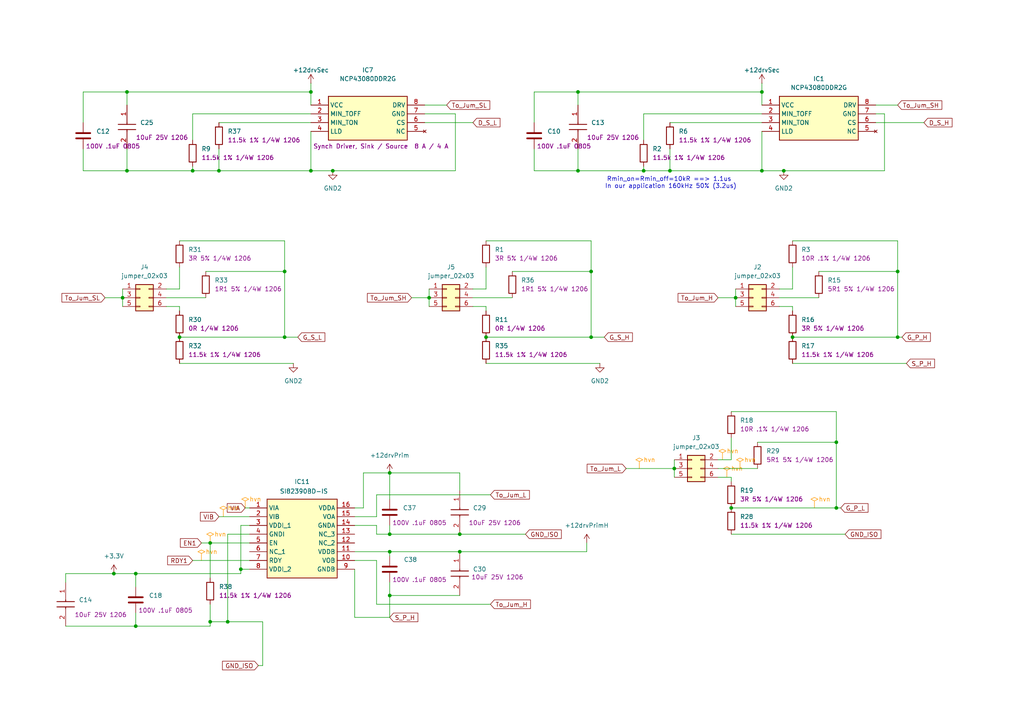
<source format=kicad_sch>
(kicad_sch (version 20250114) (generator "eeschema") (generator_version "9.0")
  (paper "A4")
  (lib_symbols
    (symbol "Connector_Generic:Conn_02x03_Odd_Even" (pin_names (offset 1.016) (hide yes))
      (property "Reference" "J" (at 1.27 5.08 0))
      (property "Value" "Conn_02x03_Odd_Even" (at 1.27 -5.08 0))
      (symbol "Conn_02x03_Odd_Even_1_1"
        (rectangle (start -1.27 3.81) (end 3.81 -3.81) (stroke (width 0.254)) (fill (type background)))
        (rectangle (start -1.27 2.667) (end 0 2.413) (stroke (width 0.1524)))
        (rectangle (start -1.27 0.127) (end 0 -0.127) (stroke (width 0.1524)))
        (rectangle (start -1.27 -2.413) (end 0 -2.667) (stroke (width 0.1524)))
        (rectangle (start 3.81 2.667) (end 2.54 2.413) (stroke (width 0.1524)))
        (rectangle (start 3.81 0.127) (end 2.54 -0.127) (stroke (width 0.1524)))
        (rectangle (start 3.81 -2.413) (end 2.54 -2.667) (stroke (width 0.1524)))
        (pin passive line (at -5.08 2.54 0) (length 3.81) (name "Pin_1") (number "1"))
        (pin passive line (at -5.08 0 0) (length 3.81) (name "Pin_3") (number "3"))
        (pin passive line (at -5.08 -2.54 0) (length 3.81) (name "Pin_5") (number "5"))
        (pin passive line (at 7.62 2.54 180) (length 3.81) (name "Pin_2") (number "2"))
        (pin passive line (at 7.62 0 180) (length 3.81) (name "Pin_4") (number "4"))
        (pin passive line (at 7.62 -2.54 180) (length 3.81) (name "Pin_6") (number "6"))
      )
    )
    (symbol "Device:C" (pin_numbers (hide yes)) (pin_names (offset 0.254))
      (property "Reference" "C" (at 0.635 2.54 0))
      (property "Value" "C" (at 0.635 -2.54 0))
      (symbol "C_0_1"
        (polyline (pts (xy -2.032 0.762) (xy 2.032 0.762)) (stroke (width 0.508)))
        (polyline (pts (xy -2.032 -0.762) (xy 2.032 -0.762)) (stroke (width 0.508)))
      )
      (symbol "C_1_1"
        (pin passive line (at 0 3.81 270) (length 2.794) (name "~") (number "1"))
        (pin passive line (at 0 -3.81 90) (length 2.794) (name "~") (number "2"))
      )
    )
    (symbol "Device:R" (pin_numbers (hide yes)) (pin_names (offset 0))
      (property "Reference" "R" (at 2.032 0 90))
      (property "Value" "R" (at 0 0 90))
      (symbol "R_0_1"
        (rectangle (start -1.016 -2.54) (end 1.016 2.54) (stroke (width 0.254)))
      )
      (symbol "R_1_1"
        (pin passive line (at 0 3.81 270) (length 1.27) (name "~") (number "1"))
        (pin passive line (at 0 -3.81 90) (length 1.27) (name "~") (number "2"))
      )
    )
    (symbol "GRM31CR71E106KA12K:GRM31CR71E106KA12K" (pin_names (hide yes))
      (property "Reference" "C" (at 8.89 6.35 0))
      (property "Value" "GRM31CR71E106KA12K" (at 8.89 3.81 0))
      (symbol "GRM31CR71E106KA12K_1_1"
        (polyline (pts (xy 5.08 0) (xy 5.588 0)) (stroke (width 0.254)))
        (polyline (pts (xy 5.588 2.54) (xy 5.588 -2.54)) (stroke (width 0.254)))
        (polyline (pts (xy 7.112 2.54) (xy 7.112 -2.54)) (stroke (width 0.254)))
        (polyline (pts (xy 7.112 0) (xy 7.62 0)) (stroke (width 0.254)))
        (pin passive line (at 0 0 0) (length 5.08) (name "1") (number "1"))
        (pin passive line (at 12.7 0 180) (length 5.08) (name "2") (number "2"))
      )
    )
    (symbol "NCP43080ADR2G:NCP43080ADR2G"
      (property "Reference" "IC" (at 29.21 7.62 0))
      (property "Value" "NCP43080ADR2G" (at 29.21 5.08 0))
      (symbol "NCP43080ADR2G_1_1"
        (rectangle (start 5.08 2.54) (end 27.94 -10.16) (stroke (width 0.254)) (fill (type background)))
        (pin passive line (at 0 0 0) (length 5.08) (name "VCC") (number "1"))
        (pin passive line (at 0 -2.54 0) (length 5.08) (name "MIN_TOFF") (number "2"))
        (pin passive line (at 0 -5.08 0) (length 5.08) (name "MIN_TON") (number "3"))
        (pin passive line (at 0 -7.62 0) (length 5.08) (name "LLD") (number "4"))
        (pin passive line (at 33.02 0 180) (length 5.08) (name "DRV") (number "8"))
        (pin passive line (at 33.02 -2.54 180) (length 5.08) (name "GND") (number "7"))
        (pin passive line (at 33.02 -5.08 180) (length 5.08) (name "CS") (number "6"))
        (pin no_connect line (at 33.02 -7.62 180) (length 5.08) (name "NC") (number "5"))
      )
    )
    (symbol "SI82390BD-IS:SI82390BD-IS"
      (property "Reference" "IC" (at 26.67 7.62 0))
      (property "Value" "SI82390BD-IS" (at 26.67 5.08 0))
      (symbol "SI82390BD-IS_1_1"
        (rectangle (start 5.08 2.54) (end 25.4 -20.32) (stroke (width 0.254)) (fill (type background)))
        (pin passive line (at 0 0 0) (length 5.08) (name "VIA") (number "1"))
        (pin passive line (at 0 -2.54 0) (length 5.08) (name "VIB") (number "2"))
        (pin passive line (at 0 -5.08 0) (length 5.08) (name "VDDI_1") (number "3"))
        (pin passive line (at 0 -7.62 0) (length 5.08) (name "GNDI") (number "4"))
        (pin passive line (at 0 -10.16 0) (length 5.08) (name "EN") (number "5"))
        (pin passive line (at 0 -12.7 0) (length 5.08) (name "NC_1") (number "6"))
        (pin passive line (at 0 -15.24 0) (length 5.08) (name "RDY") (number "7"))
        (pin passive line (at 0 -17.78 0) (length 5.08) (name "VDDI_2") (number "8"))
        (pin passive line (at 30.48 0 180) (length 5.08) (name "VDDA") (number "16"))
        (pin passive line (at 30.48 -2.54 180) (length 5.08) (name "VOA") (number "15"))
        (pin passive line (at 30.48 -5.08 180) (length 5.08) (name "GNDA") (number "14"))
        (pin passive line (at 30.48 -7.62 180) (length 5.08) (name "NC_3") (number "13"))
        (pin passive line (at 30.48 -10.16 180) (length 5.08) (name "NC_2") (number "12"))
        (pin passive line (at 30.48 -12.7 180) (length 5.08) (name "VDDB") (number "11"))
        (pin passive line (at 30.48 -15.24 180) (length 5.08) (name "VOB") (number "10"))
        (pin passive line (at 30.48 -17.78 180) (length 5.08) (name "GNDB") (number "9"))
      )
    )
    (symbol "power:+12V" (power) (pin_numbers (hide yes)) (pin_names (offset 0) (hide yes))
      (property "Value" "+12V" (at 0 3.556 0))
      (symbol "+12V_0_1"
        (polyline (pts (xy -0.762 1.27) (xy 0 2.54)))
        (polyline (pts (xy 0 2.54) (xy 0.762 1.27)))
        (polyline (pts (xy 0 0) (xy 0 2.54)))
      )
      (symbol "+12V_1_1"
        (pin power_in line (at 0 0 90) (length 0) (name "~") (number "1"))
      )
    )
    (symbol "power:+5V" (power) (pin_numbers (hide yes)) (pin_names (offset 0) (hide yes))
      (property "Value" "+5V" (at 0 3.556 0))
      (symbol "+5V_0_1"
        (polyline (pts (xy -0.762 1.27) (xy 0 2.54)))
        (polyline (pts (xy 0 2.54) (xy 0.762 1.27)))
        (polyline (pts (xy 0 0) (xy 0 2.54)))
      )
      (symbol "+5V_1_1"
        (pin power_in line (at 0 0 90) (length 0) (name "~") (number "1"))
      )
    )
    (symbol "power:GND2" (power) (pin_numbers (hide yes)) (pin_names (offset 0) (hide yes))
      (property "Value" "GND2" (at 0 -3.81 0))
      (symbol "GND2_0_1"
        (polyline (pts (xy 0 0) (xy 0 -1.27) (xy 1.27 -1.27) (xy 0 -2.54) (xy -1.27 -1.27) (xy 0 -1.27)))
      )
      (symbol "GND2_1_1"
        (pin power_in line (at 0 0 270) (length 0) (name "~") (number "1"))
      )
    )
  )
  (text "Rmin_on=Rmin_off=10kR ==> 1.1us \nIn our application 160kHz 50% (3.2us)" (at 194.564 53.086 0) (effects (font (size 1.27 1.27))))
  (junction (at 140.97 97.79))
  (junction (at 39.37 181.61))
  (junction (at 66.04 180.34))
  (junction (at 220.98 26.67))
  (junction (at 35.56 86.36))
  (junction (at 82.55 78.74))
  (junction (at 52.07 97.79))
  (junction (at 113.03 172.72))
  (junction (at 36.83 26.67))
  (junction (at 39.37 166.37))
  (junction (at 242.57 128.27))
  (junction (at 69.85 165.1))
  (junction (at 82.55 97.79))
  (junction (at 260.35 97.79))
  (junction (at 133.35 160.02))
  (junction (at 186.69 49.53))
  (junction (at 133.35 154.94))
  (junction (at 195.58 135.89))
  (junction (at 60.96 180.34))
  (junction (at 63.5 49.53))
  (junction (at 220.98 49.53))
  (junction (at 90.17 49.53))
  (junction (at 260.35 78.74))
  (junction (at 55.88 49.53))
  (junction (at 96.52 49.53))
  (junction (at 194.31 49.53))
  (junction (at 36.83 49.53))
  (junction (at 167.64 49.53))
  (junction (at 90.17 26.67))
  (junction (at 213.36 86.36))
  (junction (at 171.45 97.79))
  (junction (at 113.03 137.16))
  (junction (at 124.46 86.36))
  (junction (at 113.03 160.02))
  (junction (at 33.02 166.37))
  (junction (at 227.33 49.53))
  (junction (at 171.45 78.74))
  (junction (at 113.03 154.94))
  (junction (at 167.64 26.67))
  (junction (at 60.96 157.48))
  (junction (at 229.87 97.79))
  (junction (at 242.57 147.32))
  (junction (at 212.09 147.32))
  (wire (pts (xy 229.87 83.82) (xy 226.06 83.82)))
  (wire (pts (xy 123.19 33.02) (xy 132.08 33.02)))
  (wire (pts (xy 154.94 26.67) (xy 154.94 35.56)))
  (wire (pts (xy 237.49 78.74) (xy 260.35 78.74)))
  (wire (pts (xy 213.36 83.82) (xy 213.36 86.36)))
  (wire (pts (xy 220.98 26.67) (xy 220.98 30.48)))
  (wire (pts (xy 113.03 137.16) (xy 113.03 144.78)))
  (wire (pts (xy 109.22 175.26) (xy 109.22 162.56)))
  (wire (pts (xy 254 35.56) (xy 267.97 35.56)))
  (wire (pts (xy 137.16 88.9) (xy 140.97 88.9)))
  (wire (pts (xy 227.33 49.53) (xy 256.54 49.53)))
  (wire (pts (xy 39.37 181.61) (xy 39.37 177.8)))
  (wire (pts (xy 208.28 138.43) (xy 212.09 138.43)))
  (wire (pts (xy 63.5 49.53) (xy 90.17 49.53)))
  (wire (pts (xy 229.87 77.47) (xy 229.87 83.82)))
  (wire (pts (xy 212.09 133.35) (xy 208.28 133.35)))
  (wire (pts (xy 109.22 143.51) (xy 142.24 143.51)))
  (wire (pts (xy 140.97 77.47) (xy 140.97 83.82)))
  (wire (pts (xy 52.07 105.41) (xy 85.09 105.41)))
  (wire (pts (xy 60.96 157.48) (xy 60.96 167.64)))
  (wire (pts (xy 52.07 97.79) (xy 82.55 97.79)))
  (wire (pts (xy 140.97 97.79) (xy 171.45 97.79)))
  (wire (pts (xy 113.03 179.07) (xy 113.03 172.72)))
  (wire (pts (xy 195.58 135.89) (xy 195.58 138.43)))
  (wire (pts (xy 167.64 43.18) (xy 167.64 49.53)))
  (wire (pts (xy 154.94 26.67) (xy 167.64 26.67)))
  (wire (pts (xy 140.97 105.41) (xy 173.99 105.41)))
  (wire (pts (xy 72.39 152.4) (xy 69.85 152.4)))
  (wire (pts (xy 24.13 26.67) (xy 36.83 26.67)))
  (wire (pts (xy 109.22 149.86) (xy 109.22 143.51)))
  (wire (pts (xy 96.52 49.53) (xy 132.08 49.53)))
  (wire (pts (xy 154.94 49.53) (xy 167.64 49.53)))
  (wire (pts (xy 113.03 168.91) (xy 113.03 172.72)))
  (wire (pts (xy 39.37 170.18) (xy 39.37 166.37)))
  (wire (pts (xy 90.17 26.67) (xy 90.17 30.48)))
  (wire (pts (xy 167.64 26.67) (xy 220.98 26.67)))
  (wire (pts (xy 102.87 160.02) (xy 113.03 160.02)))
  (wire (pts (xy 63.5 35.56) (xy 90.17 35.56)))
  (wire (pts (xy 55.88 162.56) (xy 72.39 162.56)))
  (wire (pts (xy 90.17 24.13) (xy 90.17 26.67)))
  (wire (pts (xy 69.85 166.37) (xy 69.85 165.1)))
  (wire (pts (xy 260.35 78.74) (xy 260.35 97.79)))
  (wire (pts (xy 60.96 180.34) (xy 66.04 180.34)))
  (wire (pts (xy 102.87 162.56) (xy 109.22 162.56)))
  (wire (pts (xy 52.07 77.47) (xy 52.07 83.82)))
  (wire (pts (xy 171.45 69.85) (xy 171.45 78.74)))
  (wire (pts (xy 19.05 166.37) (xy 33.02 166.37)))
  (wire (pts (xy 212.09 147.32) (xy 242.57 147.32)))
  (wire (pts (xy 30.48 86.36) (xy 35.56 86.36)))
  (wire (pts (xy 96.52 49.53) (xy 90.17 49.53)))
  (wire (pts (xy 113.03 154.94) (xy 133.35 154.94)))
  (wire (pts (xy 33.02 166.37) (xy 39.37 166.37)))
  (wire (pts (xy 55.88 49.53) (xy 63.5 49.53)))
  (wire (pts (xy 69.85 165.1) (xy 72.39 165.1)))
  (wire (pts (xy 60.96 180.34) (xy 60.96 175.26)))
  (wire (pts (xy 229.87 90.17) (xy 229.87 88.9)))
  (wire (pts (xy 140.97 83.82) (xy 137.16 83.82)))
  (wire (pts (xy 213.36 86.36) (xy 213.36 88.9)))
  (wire (pts (xy 229.87 97.79) (xy 260.35 97.79)))
  (wire (pts (xy 36.83 49.53) (xy 55.88 49.53)))
  (wire (pts (xy 154.94 43.18) (xy 154.94 49.53)))
  (wire (pts (xy 133.35 154.94) (xy 152.4 154.94)))
  (wire (pts (xy 212.09 127) (xy 212.09 133.35)))
  (wire (pts (xy 105.41 137.16) (xy 105.41 147.32)))
  (wire (pts (xy 181.61 135.89) (xy 195.58 135.89)))
  (wire (pts (xy 167.64 26.67) (xy 167.64 30.48)))
  (wire (pts (xy 36.83 26.67) (xy 90.17 26.67)))
  (wire (pts (xy 55.88 40.64) (xy 55.88 33.02)))
  (wire (pts (xy 105.41 137.16) (xy 113.03 137.16)))
  (wire (pts (xy 82.55 69.85) (xy 82.55 78.74)))
  (wire (pts (xy 113.03 152.4) (xy 113.03 154.94)))
  (wire (pts (xy 66.04 180.34) (xy 76.2 180.34)))
  (wire (pts (xy 74.93 193.04) (xy 76.2 193.04)))
  (wire (pts (xy 71.12 147.32) (xy 72.39 147.32)))
  (wire (pts (xy 59.69 78.74) (xy 82.55 78.74)))
  (wire (pts (xy 229.87 105.41) (xy 262.89 105.41)))
  (wire (pts (xy 212.09 154.94) (xy 245.11 154.94)))
  (wire (pts (xy 63.5 149.86) (xy 72.39 149.86)))
  (wire (pts (xy 229.87 69.85) (xy 260.35 69.85)))
  (wire (pts (xy 52.07 69.85) (xy 82.55 69.85)))
  (wire (pts (xy 226.06 88.9) (xy 229.87 88.9)))
  (wire (pts (xy 55.88 48.26) (xy 55.88 49.53)))
  (wire (pts (xy 171.45 97.79) (xy 175.26 97.79)))
  (wire (pts (xy 66.04 154.94) (xy 72.39 154.94)))
  (wire (pts (xy 260.35 97.79) (xy 261.62 97.79)))
  (wire (pts (xy 124.46 83.82) (xy 124.46 86.36)))
  (wire (pts (xy 52.07 90.17) (xy 52.07 88.9)))
  (wire (pts (xy 242.57 147.32) (xy 243.84 147.32)))
  (wire (pts (xy 195.58 133.35) (xy 195.58 135.89)))
  (wire (pts (xy 52.07 83.82) (xy 48.26 83.82)))
  (wire (pts (xy 36.83 26.67) (xy 36.83 30.48)))
  (wire (pts (xy 113.03 160.02) (xy 113.03 161.29)))
  (wire (pts (xy 119.38 86.36) (xy 124.46 86.36)))
  (wire (pts (xy 137.16 86.36) (xy 148.59 86.36)))
  (wire (pts (xy 140.97 69.85) (xy 171.45 69.85)))
  (wire (pts (xy 82.55 97.79) (xy 86.36 97.79)))
  (wire (pts (xy 254 30.48) (xy 260.35 30.48)))
  (wire (pts (xy 19.05 168.91) (xy 19.05 166.37)))
  (wire (pts (xy 171.45 78.74) (xy 171.45 97.79)))
  (wire (pts (xy 186.69 33.02) (xy 220.98 33.02)))
  (wire (pts (xy 123.19 35.56) (xy 137.16 35.56)))
  (wire (pts (xy 194.31 35.56) (xy 220.98 35.56)))
  (wire (pts (xy 35.56 83.82) (xy 35.56 86.36)))
  (wire (pts (xy 167.64 49.53) (xy 186.69 49.53)))
  (wire (pts (xy 24.13 26.67) (xy 24.13 35.56)))
  (wire (pts (xy 76.2 193.04) (xy 76.2 180.34)))
  (wire (pts (xy 194.31 43.18) (xy 194.31 49.53)))
  (wire (pts (xy 113.03 172.72) (xy 133.35 172.72)))
  (wire (pts (xy 55.88 33.02) (xy 90.17 33.02)))
  (wire (pts (xy 132.08 33.02) (xy 132.08 49.53)))
  (wire (pts (xy 113.03 160.02) (xy 133.35 160.02)))
  (wire (pts (xy 109.22 152.4) (xy 109.22 154.94)))
  (wire (pts (xy 19.05 181.61) (xy 39.37 181.61)))
  (wire (pts (xy 109.22 152.4) (xy 102.87 152.4)))
  (wire (pts (xy 220.98 38.1) (xy 220.98 49.53)))
  (wire (pts (xy 39.37 166.37) (xy 69.85 166.37)))
  (wire (pts (xy 60.96 181.61) (xy 60.96 180.34)))
  (wire (pts (xy 220.98 24.13) (xy 220.98 26.67)))
  (wire (pts (xy 39.37 181.61) (xy 60.96 181.61)))
  (wire (pts (xy 35.56 86.36) (xy 35.56 88.9)))
  (wire (pts (xy 242.57 128.27) (xy 242.57 147.32)))
  (wire (pts (xy 48.26 88.9) (xy 52.07 88.9)))
  (wire (pts (xy 256.54 33.02) (xy 256.54 49.53)))
  (wire (pts (xy 212.09 119.38) (xy 242.57 119.38)))
  (wire (pts (xy 227.33 49.53) (xy 220.98 49.53)))
  (wire (pts (xy 194.31 49.53) (xy 220.98 49.53)))
  (wire (pts (xy 102.87 165.1) (xy 102.87 179.07)))
  (wire (pts (xy 109.22 175.26) (xy 142.24 175.26)))
  (wire (pts (xy 186.69 49.53) (xy 194.31 49.53)))
  (wire (pts (xy 186.69 40.64) (xy 186.69 33.02)))
  (wire (pts (xy 66.04 154.94) (xy 66.04 180.34)))
  (wire (pts (xy 133.35 137.16) (xy 133.35 142.24)))
  (wire (pts (xy 242.57 119.38) (xy 242.57 128.27)))
  (wire (pts (xy 208.28 86.36) (xy 213.36 86.36)))
  (wire (pts (xy 102.87 149.86) (xy 109.22 149.86)))
  (wire (pts (xy 140.97 90.17) (xy 140.97 88.9)))
  (wire (pts (xy 212.09 139.7) (xy 212.09 138.43)))
  (wire (pts (xy 186.69 48.26) (xy 186.69 49.53)))
  (wire (pts (xy 254 33.02) (xy 256.54 33.02)))
  (wire (pts (xy 260.35 69.85) (xy 260.35 78.74)))
  (wire (pts (xy 133.35 160.02) (xy 170.18 160.02)))
  (wire (pts (xy 226.06 86.36) (xy 237.49 86.36)))
  (wire (pts (xy 24.13 43.18) (xy 24.13 49.53)))
  (wire (pts (xy 219.71 128.27) (xy 242.57 128.27)))
  (wire (pts (xy 170.18 160.02) (xy 170.18 157.48)))
  (wire (pts (xy 58.42 157.48) (xy 60.96 157.48)))
  (wire (pts (xy 109.22 154.94) (xy 113.03 154.94)))
  (wire (pts (xy 102.87 179.07) (xy 113.03 179.07)))
  (wire (pts (xy 113.03 137.16) (xy 133.35 137.16)))
  (wire (pts (xy 82.55 78.74) (xy 82.55 97.79)))
  (wire (pts (xy 48.26 86.36) (xy 59.69 86.36)))
  (wire (pts (xy 24.13 49.53) (xy 36.83 49.53)))
  (wire (pts (xy 60.96 157.48) (xy 72.39 157.48)))
  (wire (pts (xy 63.5 43.18) (xy 63.5 49.53)))
  (wire (pts (xy 90.17 38.1) (xy 90.17 49.53)))
  (wire (pts (xy 102.87 147.32) (xy 105.41 147.32)))
  (wire (pts (xy 148.59 78.74) (xy 171.45 78.74)))
  (wire (pts (xy 123.19 30.48) (xy 129.54 30.48)))
  (wire (pts (xy 36.83 43.18) (xy 36.83 49.53)))
  (wire (pts (xy 208.28 135.89) (xy 219.71 135.89)))
  (wire (pts (xy 69.85 152.4) (xy 69.85 165.1)))
  (wire (pts (xy 124.46 86.36) (xy 124.46 88.9)))
  (global_label "To_Jum_H" (shape input) (at 142.24 175.26 0) (property "Intersheetrefs" "${INTERSHEET_REFS}" (effects (hide yes))))
  (global_label "To_Jum_SL" (shape input) (at 30.48 86.36 180) (property "Intersheetrefs" "${INTERSHEET_REFS}" (effects (hide yes))))
  (global_label "To_Jum_SH" (shape input) (at 260.35 30.48 0) (property "Intersheetrefs" "${INTERSHEET_REFS}" (effects (hide yes))))
  (global_label "G_S_L" (shape input) (at 86.36 97.79 0) (property "Intersheetrefs" "${INTERSHEET_REFS}" (effects (hide yes))))
  (global_label "To_Jum_SL" (shape input) (at 129.54 30.48 0) (property "Intersheetrefs" "${INTERSHEET_REFS}" (effects (hide yes))))
  (global_label "S_P_H" (shape input) (at 113.03 179.07 0) (property "Intersheetrefs" "${INTERSHEET_REFS}" (effects (hide yes))))
  (global_label "D_S_L" (shape input) (at 137.16 35.56 0) (property "Intersheetrefs" "${INTERSHEET_REFS}" (effects (hide yes))))
  (global_label "G_P_L" (shape input) (at 243.84 147.32 0) (property "Intersheetrefs" "${INTERSHEET_REFS}" (effects (hide yes))))
  (global_label "RDY1" (shape input) (at 55.88 162.56 180) (property "Intersheetrefs" "${INTERSHEET_REFS}" (effects (hide yes))))
  (global_label "S_P_H" (shape input) (at 262.89 105.41 0) (property "Intersheetrefs" "${INTERSHEET_REFS}" (effects (hide yes))))
  (global_label "G_P_H" (shape input) (at 261.62 97.79 0) (property "Intersheetrefs" "${INTERSHEET_REFS}" (effects (hide yes))))
  (global_label "G_S_H" (shape input) (at 175.26 97.79 0) (property "Intersheetrefs" "${INTERSHEET_REFS}" (effects (hide yes))))
  (global_label "To_Jum_H" (shape input) (at 208.28 86.36 180) (property "Intersheetrefs" "${INTERSHEET_REFS}" (effects (hide yes))))
  (global_label "To_Jum_L" (shape input) (at 181.61 135.89 180) (property "Intersheetrefs" "${INTERSHEET_REFS}" (effects (hide yes))))
  (global_label "GND_ISO" (shape input) (at 152.4 154.94 0) (property "Intersheetrefs" "${INTERSHEET_REFS}" (effects (hide yes))))
  (global_label "D_S_H" (shape input) (at 267.97 35.56 0) (property "Intersheetrefs" "${INTERSHEET_REFS}" (effects (hide yes))))
  (global_label "To_Jum_SH" (shape input) (at 119.38 86.36 180) (property "Intersheetrefs" "${INTERSHEET_REFS}" (effects (hide yes))))
  (global_label "VIB" (shape input) (at 63.5 149.86 180) (property "Intersheetrefs" "${INTERSHEET_REFS}" (effects (hide yes))))
  (global_label "GND_ISO" (shape input) (at 74.93 193.04 180) (property "Intersheetrefs" "${INTERSHEET_REFS}" (effects (hide yes))))
  (global_label "VIA" (shape input) (at 71.12 147.32 180) (property "Intersheetrefs" "${INTERSHEET_REFS}" (effects (hide yes))))
  (global_label "EN1" (shape input) (at 58.42 157.48 180) (property "Intersheetrefs" "${INTERSHEET_REFS}" (effects (hide yes))))
  (global_label "GND_ISO" (shape input) (at 245.11 154.94 0) (property "Intersheetrefs" "${INTERSHEET_REFS}" (effects (hide yes))))
  (global_label "To_Jum_L" (shape input) (at 142.24 143.51 0) (property "Intersheetrefs" "${INTERSHEET_REFS}" (effects (hide yes))))
  (netclass_flag "" (length 2.54) (shape diamond) (at 214.63 135.89 0) (property "Netclass" "hvn" (at 215.8365 133.35 0) (effects (justify left))))
  (netclass_flag "" (length 2.54) (shape diamond) (at 209.55 133.35 0) (property "Netclass" "hvn" (at 210.7565 130.81 0) (effects (justify left))))
  (netclass_flag "" (length 2.54) (shape diamond) (at 58.42 162.56 0) (property "Netclass" "hvn" (at 59.6265 160.02 0) (effects (justify left))))
  (netclass_flag "" (length 2.54) (shape diamond) (at 71.12 147.32 0) (property "Netclass" "hvn" (at 72.3265 144.78 0) (effects (justify left))))
  (netclass_flag "" (length 2.54) (shape diamond) (at 210.82 138.43 0) (property "Netclass" "hvn" (at 212.0265 135.89 0) (effects (justify left))))
  (netclass_flag "" (length 2.54) (shape diamond) (at 60.96 157.48 0) (property "Netclass" "hvn" (at 62.1665 154.94 0) (effects (justify left))))
  (netclass_flag "" (length 2.54) (shape diamond) (at 236.22 147.32 0) (property "Netclass" "hvn" (at 237.4265 144.78 0) (effects (justify left))))
  (netclass_flag "" (length 2.54) (shape diamond) (at 64.77 149.86 0) (property "Netclass" "hvn" (at 65.9765 147.32 0) (effects (justify left))))
  (netclass_flag "" (length 2.54) (shape diamond) (at 185.42 135.89 0) (property "Netclass" "hvn" (at 186.6265 133.35 0) (effects (justify left))))
  (symbol (lib_id "Device:R") (at 229.87 93.98 0) (unit 1)
    (property "Reference" "R16" (at 232.41 92.7099 0) (effects (justify left)))
    (property "Value" "KTR18EZPJ3R0" (effects (hide yes)))
    (property "Footprint" "Resistor_SMD:R_1206_3216Metric" (effects (hide yes)))
    (property "Datasheet" "https://fscdn.rohm.com/en/products/databook/datasheet/passive/resistor/chip_resistor/ktr-e.pdf" (effects (hide yes)))
    (property "Description" "3R 5% 1/4W 1206" (at 232.41 95.2499 0) (effects (justify left)))
    (property "Mouser Part Number" "755-KTR18EZPJ3R0" (effects (hide yes)))
    (property "Manufacturer_Name  " "ROHM Semiconductor" (effects (hide yes)))
    (property "Manufacturer_Part_Number " "KTR18EZPJ3R0" (effects (hide yes)))
  )
  (symbol (lib_id "Device:R") (at 52.07 93.98 0) (unit 1)
    (property "Reference" "R30" (at 54.61 92.7099 0) (effects (justify left)))
    (property "Value" "CRCW12060000Z0EAC" (effects (hide yes)))
    (property "Footprint" "Resistor_SMD:R_1206_3216Metric" (effects (hide yes)))
    (property "Datasheet" "https://www.vishay.com/docs/28773/crcwce3.pdf" (effects (hide yes)))
    (property "Description" "0R 1/4W 1206" (at 54.61 95.2499 0) (effects (justify left)))
    (property "Mouser Part Number" "71-CRCW12060000Z0EAC" (effects (hide yes)))
    (property "Manufacturer_Name  " "Vishay" (effects (hide yes)))
    (property "Manufacturer_Part_Number " "CRCW12060000Z0EAC" (effects (hide yes)))
  )
  (symbol (lib_id "Device:R") (at 237.49 82.55 0) (unit 1)
    (property "Reference" "R15" (at 240.03 81.2799 0) (effects (justify left)))
    (property "Value" "M251206BB5108JP500" (effects (hide yes)))
    (property "Footprint" "Resistor_SMD:R_1206_3216Metric" (effects (hide yes)))
    (property "Datasheet" "https://www.vishay.com/doc?20031" (effects (hide yes)))
    (property "Description" "5R1 5% 1/4W 1206" (at 240.03 83.8199 0) (effects (justify left)))
    (property "Mouser Part Number" "71-M251206BB5108JP50" (effects (hide yes)))
    (property "Manufacturer_Name  " "Vishay / Dale" (effects (hide yes)))
    (property "Manufacturer_Part_Number " "M251206BB5108JP500" (effects (hide yes)))
  )
  (symbol (lib_id "Device:R") (at 212.09 143.51 0) (unit 1)
    (property "Reference" "R19" (at 214.63 142.2399 0) (effects (justify left)))
    (property "Value" "KTR18EZPJ3R0" (effects (hide yes)))
    (property "Footprint" "Resistor_SMD:R_1206_3216Metric" (effects (hide yes)))
    (property "Datasheet" "https://fscdn.rohm.com/en/products/databook/datasheet/passive/resistor/chip_resistor/ktr-e.pdf" (effects (hide yes)))
    (property "Description" "3R 5% 1/4W 1206" (at 214.63 144.7799 0) (effects (justify left)))
    (property "Mouser Part Number" "755-KTR18EZPJ3R0" (effects (hide yes)))
    (property "Manufacturer_Name  " "ROHM Semiconductor" (effects (hide yes)))
    (property "Manufacturer_Part_Number " "KTR18EZPJ3R0" (effects (hide yes)))
  )
  (symbol (lib_id "GRM31CR71E106KA12K:GRM31CR71E106KA12K") (at 133.35 142.24 270) (unit 1)
    (property "Reference" "C29" (at 137.16 147.3199 90) (effects (justify left)))
    (property "Value" "GRM31CR71E106KA12K" (effects (hide yes)))
    (property "Footprint" "GRM31CR71E106KA12K:GRM31x" (effects (hide yes)))
    (property "Datasheet" "https://search.murata.co.jp/Ceramy/image/img/A01X/G101/ENG/GRM31CR71E106KA12-01CA.pdf" (effects (hide yes)))
    (property "Description" "10uF 25V 1206" (at 143.51 151.638 90))
    (property "Height" "1.25" (effects (hide yes)))
    (property "Mouser Part Number" "81-GRM31CR71E106KA2K" (effects (hide yes)))
    (property "Mouser Price/Stock" "https://www.mouser.co.uk/ProductDetail/Murata-Electronics/GRM31CR71E106KA12K?qs=raY79WRVTyM6xGVExNjdaw%3D%3D" (effects (hide yes)))
    (property "Manufacturer_Name" "Murata Electronics" (effects (hide yes)))
    (property "Manufacturer_Part_Number" "GRM31CR71E106KA12K" (effects (hide yes)))
  )
  (symbol (lib_id "Device:R") (at 148.59 82.55 0) (unit 1)
    (property "Reference" "R36" (at 151.13 81.2799 0) (effects (justify left)))
    (property "Value" "RC1206JR-071R1L" (effects (hide yes)))
    (property "Footprint" "Resistor_SMD:R_1206_3216Metric" (effects (hide yes)))
    (property "Datasheet" "https://www.mouser.fr/datasheet/3/508/1/PYu-RC_Group_51_RoHS_L_12.pdf" (effects (hide yes)))
    (property "Description" "1R1 5% 1/4W 1206" (at 151.13 83.8199 0) (effects (justify left)))
    (property "Mouser Part Number" "603-RC1206JR-071R1L" (effects (hide yes)))
    (property "Manufacturer_Name  " "YAGEO" (effects (hide yes)))
    (property "Manufacturer_Part_Number " "RC1206JR-071R1L" (effects (hide yes)))
  )
  (symbol (lib_id "Device:C") (at 154.94 39.37 0) (unit 1)
    (property "Reference" "C10" (at 158.75 38.0999 0) (effects (justify left)))
    (property "Value" "SH21B104K101CT" (effects (hide yes)))
    (property "Footprint" "Capacitor_SMD:C_0805_2012Metric" (effects (hide yes)))
    (property "Datasheet" "https://www.mouser.fr/datasheet/3/317/1/WTC_MLCC_Soft_term_SH.pdf" (effects (hide yes)))
    (property "Description" "100V .1uF 0805" (at 163.576 42.418 0))
    (property "Manufacturer_Name" "Walsin" (effects (hide yes)))
    (property "Manufacturer_Part_Number " "SH21B104K101CT" (effects (hide yes)))
    (property "Mouser Part Number" "791-SH21B104K101CT" (effects (hide yes)))
  )
  (symbol (lib_id "Device:R") (at 140.97 101.6 0) (unit 1)
    (property "Reference" "R35" (at 143.51 100.3299 0) (effects (justify left)))
    (property "Value" "RC1206FR-0711K5L" (effects (hide yes)))
    (property "Footprint" "Resistor_SMD:R_1206_3216Metric" (effects (hide yes)))
    (property "Datasheet" "www.mouser.com/catalog/specsheets/YAGEO_PYu_RC_Group_51_RoHS_L_12.pdf" (effects (hide yes)))
    (property "Description" "11.5k 1% 1/4W 1206" (at 143.51 102.8699 0) (effects (justify left)))
    (property "Mouser Part Number" "603-RC1206FR-0711K5L" (effects (hide yes)))
    (property "Manufacturer_Name  " "YAGEO" (effects (hide yes)))
    (property "Manufacturer_Part_Number " "RC1206FR-0711K5L" (effects (hide yes)))
  )
  (symbol (lib_id "GRM31CR71E106KA12K:GRM31CR71E106KA12K") (at 133.35 160.02 270) (unit 1)
    (property "Reference" "C30" (at 137.16 165.0999 90) (effects (justify left)))
    (property "Value" "GRM31CR71E106KA12K" (effects (hide yes)))
    (property "Footprint" "GRM31CR71E106KA12K:GRM31x" (effects (hide yes)))
    (property "Datasheet" "https://search.murata.co.jp/Ceramy/image/img/A01X/G101/ENG/GRM31CR71E106KA12-01CA.pdf" (effects (hide yes)))
    (property "Description" "10uF 25V 1206" (at 144.272 167.386 90))
    (property "Height" "1.25" (effects (hide yes)))
    (property "Mouser Part Number" "81-GRM31CR71E106KA2K" (effects (hide yes)))
    (property "Mouser Price/Stock" "https://www.mouser.co.uk/ProductDetail/Murata-Electronics/GRM31CR71E106KA12K?qs=raY79WRVTyM6xGVExNjdaw%3D%3D" (effects (hide yes)))
    (property "Manufacturer_Name" "Murata Electronics" (effects (hide yes)))
    (property "Manufacturer_Part_Number" "GRM31CR71E106KA12K" (effects (hide yes)))
  )
  (symbol (lib_id "Device:R") (at 229.87 101.6 0) (unit 1)
    (property "Reference" "R17" (at 232.41 100.3299 0) (effects (justify left)))
    (property "Value" "RC1206FR-0711K5L" (effects (hide yes)))
    (property "Footprint" "Resistor_SMD:R_1206_3216Metric" (effects (hide yes)))
    (property "Datasheet" "www.mouser.com/catalog/specsheets/YAGEO_PYu_RC_Group_51_RoHS_L_12.pdf" (effects (hide yes)))
    (property "Description" "11.5k 1% 1/4W 1206" (at 232.41 102.8699 0) (effects (justify left)))
    (property "Mouser Part Number" "603-RC1206FR-0711K5L" (effects (hide yes)))
    (property "Manufacturer_Name  " "YAGEO" (effects (hide yes)))
    (property "Manufacturer_Part_Number " "RC1206FR-0711K5L" (effects (hide yes)))
  )
  (symbol (lib_id "power:+12V") (at 220.98 24.13 0) (unit 1)
    (property "Reference" "#PWR011" (effects (hide yes)))
    (property "Value" "+12drvSec" (at 220.98 20.32 0))
    (property "Description" "Power symbol creates a global label with name \"+12V\"" (effects (hide yes)))
  )
  (symbol (lib_id "Device:R") (at 212.09 123.19 0) (unit 1)
    (property "Reference" "R18" (at 214.63 121.9199 0) (effects (justify left)))
    (property "Value" "RNCE1206BTE10R0" (effects (hide yes)))
    (property "Footprint" "Resistor_SMD:R_1206_3216Metric" (effects (hide yes)))
    (property "Datasheet" "https://www.mouser.fr/datasheet/3/1099/1/SEI-RNCE.pdf" (effects (hide yes)))
    (property "Description" "10R .1% 1/4W 1206" (at 214.63 124.4599 0) (effects (justify left)))
    (property "Mouser Part Number" "708-RNCE1206BTE10R0" (effects (hide yes)))
    (property "Manufacturer_Name  " "SEI Stackpole" (effects (hide yes)))
    (property "Manufacturer_Part_Number " "RNCE1206BTE10R0" (effects (hide yes)))
  )
  (symbol (lib_id "Device:R") (at 63.5 39.37 0) (unit 1)
    (property "Reference" "R37" (at 66.04 38.0999 0) (effects (justify left)))
    (property "Value" "RC1206FR-0711K5L" (effects (hide yes)))
    (property "Footprint" "Resistor_SMD:R_1206_3216Metric" (effects (hide yes)))
    (property "Datasheet" "www.mouser.com/catalog/specsheets/YAGEO_PYu_RC_Group_51_RoHS_L_12.pdf" (effects (hide yes)))
    (property "Description" "11.5k 1% 1/4W 1206" (at 66.04 40.6399 0) (effects (justify left)))
    (property "Mouser Part Number" "603-RC1206FR-0711K5L" (effects (hide yes)))
    (property "Manufacturer_Name  " "YAGEO" (effects (hide yes)))
    (property "Manufacturer_Part_Number " "RC1206FR-0711K5L" (effects (hide yes)))
  )
  (symbol (lib_id "power:+12V") (at 90.17 24.13 0) (unit 1)
    (property "Reference" "#PWR013" (effects (hide yes)))
    (property "Value" "+12drvSec" (at 90.17 20.32 0))
    (property "Description" "Power symbol creates a global label with name \"+12V\"" (effects (hide yes)))
  )
  (symbol (lib_id "GRM31CR71E106KA12K:GRM31CR71E106KA12K") (at 167.64 30.48 270) (unit 1)
    (property "Reference" "C13" (at 171.45 35.5599 90) (effects (justify left)))
    (property "Value" "GRM31CR71E106KA12K" (effects (hide yes)))
    (property "Footprint" "GRM31CR71E106KA12K:GRM31x" (effects (hide yes)))
    (property "Datasheet" "https://search.murata.co.jp/Ceramy/image/img/A01X/G101/ENG/GRM31CR71E106KA12-01CA.pdf" (effects (hide yes)))
    (property "Description" "10uF 25V 1206" (at 177.8 39.878 90))
    (property "Height" "1.25" (effects (hide yes)))
    (property "Mouser Part Number" "81-GRM31CR71E106KA2K" (effects (hide yes)))
    (property "Mouser Price/Stock" "https://www.mouser.co.uk/ProductDetail/Murata-Electronics/GRM31CR71E106KA12K?qs=raY79WRVTyM6xGVExNjdaw%3D%3D" (effects (hide yes)))
    (property "Manufacturer_Name" "Murata Electronics" (effects (hide yes)))
    (property "Manufacturer_Part_Number" "GRM31CR71E106KA12K" (effects (hide yes)))
  )
  (symbol (lib_id "Device:C") (at 39.37 173.99 0) (unit 1)
    (property "Reference" "C18" (at 43.18 172.7199 0) (effects (justify left)))
    (property "Value" "SH21B104K101CT" (effects (hide yes)))
    (property "Footprint" "Capacitor_SMD:C_0805_2012Metric" (effects (hide yes)))
    (property "Datasheet" "https://www.mouser.fr/datasheet/3/317/1/WTC_MLCC_Soft_term_SH.pdf" (effects (hide yes)))
    (property "Description" "100V .1uF 0805" (at 48.006 177.038 0))
    (property "Manufacturer_Name" "Walsin" (effects (hide yes)))
    (property "Manufacturer_Part_Number " "SH21B104K101CT" (effects (hide yes)))
    (property "Mouser Part Number" "791-SH21B104K101CT" (effects (hide yes)))
  )
  (symbol (lib_id "power:+12V") (at 113.03 137.16 0) (unit 1)
    (property "Reference" "#PWR040" (effects (hide yes)))
    (property "Value" "+12drvPrim" (at 113.03 132.08 0))
    (property "Description" "Power symbol creates a global label with name \"+12V\"" (effects (hide yes)))
  )
  (symbol (lib_id "Device:R") (at 219.71 132.08 0) (unit 1)
    (property "Reference" "R29" (at 222.25 130.8099 0) (effects (justify left)))
    (property "Value" "M251206BB5108JP500" (effects (hide yes)))
    (property "Footprint" "Resistor_SMD:R_1206_3216Metric" (effects (hide yes)))
    (property "Datasheet" "https://www.vishay.com/doc?20031" (effects (hide yes)))
    (property "Description" "5R1 5% 1/4W 1206" (at 222.25 133.3499 0) (effects (justify left)))
    (property "Mouser Part Number" "71-M251206BB5108JP50" (effects (hide yes)))
    (property "Manufacturer_Name  " "Vishay / Dale" (effects (hide yes)))
    (property "Manufacturer_Part_Number " "M251206BB5108JP500" (effects (hide yes)))
  )
  (symbol (lib_id "Device:R") (at 52.07 73.66 0) (unit 1)
    (property "Reference" "R31" (at 54.61 72.3899 0) (effects (justify left)))
    (property "Value" "KTR18EZPJ3R0" (effects (hide yes)))
    (property "Footprint" "Resistor_SMD:R_1206_3216Metric" (effects (hide yes)))
    (property "Datasheet" "https://www.rohm.com/datasheet?p=KTR18EZPJ&dist=Mouser&media=referral&source=mouser.com&campaign=Mouser" (effects (hide yes)))
    (property "Description" "3R 5% 1/4W 1206" (at 54.61 74.9299 0) (effects (justify left)))
    (property "Mouser Part Number" "755-KTR18EZPJ3R0" (effects (hide yes)))
    (property "Manufacturer_Name  " "ROHM Semiconductor" (effects (hide yes)))
    (property "Manufacturer_Part_Number " "KTR18EZPJ3R0" (effects (hide yes)))
  )
  (symbol (lib_id "NCP43080ADR2G:NCP43080ADR2G") (at 220.98 30.48 0) (unit 1)
    (property "Reference" "IC1" (at 237.49 22.86 0))
    (property "Value" "NCP43080DDR2G" (at 237.49 25.4 0))
    (property "Footprint" "Package_SO:SOIC-8_3.9x4.9mm_P1.27mm" (effects (hide yes)))
    (property "Datasheet" "https://www.onsemi.com/download/data-sheet/pdf/ncp43080-d.pdf" (effects (hide yes)))
    (property "Description" "Synch Driver, Sink / Source  8 A / 4 A" (effects (hide yes)))
    (property "Height" "1.75" (effects (hide yes)))
    (property "Mouser Part Number" "863-NCP43080DDR2G" (effects (hide yes)))
    (property "Mouser Price/Stock" "https://www.mouser.co.uk/ProductDetail/onsemi/NCP43080ADR2G?qs=4vGevBu%252B8qm6lzgD6nO%252B4g%3D%3D" (effects (hide yes)))
    (property "Manufacturer_Name" "onsemi" (effects (hide yes)))
    (property "Manufacturer_Part_Number" "NCP43080DDR2G" (effects (hide yes)))
  )
  (symbol (lib_id "power:GND2") (at 96.52 49.53 0) (unit 1)
    (property "Reference" "#PWR014" (effects (hide yes)))
    (property "Value" "GND2" (at 96.52 54.61 0))
    (property "Description" "Power symbol creates a global label with name \"GND2\" , ground" (effects (hide yes)))
  )
  (symbol (lib_id "Connector_Generic:Conn_02x03_Odd_Even") (at 218.44 86.36 0) (unit 1)
    (property "Reference" "J2" (at 219.71 77.47 0))
    (property "Value" "jumper_02x03" (at 219.71 80.01 0))
    (property "Footprint" "Connector_PinHeader_2.54mm:PinHeader_2x03_P2.54mm_Vertical_SMD" (effects (hide yes)))
    (property "Datasheet" "NA" (effects (hide yes)))
    (property "Description" "Connector_PinHeader_2.54mm,PinHeader_2x03_P2.54mm_Vertical" (effects (hide yes)))
  )
  (symbol (lib_id "Device:R") (at 229.87 73.66 0) (unit 1)
    (property "Reference" "R3" (at 232.41 72.3899 0) (effects (justify left)))
    (property "Value" "RNCE1206BTE10R0" (effects (hide yes)))
    (property "Footprint" "Resistor_SMD:R_1206_3216Metric" (effects (hide yes)))
    (property "Datasheet" "https://www.mouser.fr/datasheet/3/1099/1/SEI-RNCE.pdf" (effects (hide yes)))
    (property "Description" "10R .1% 1/4W 1206" (at 232.41 74.9299 0) (effects (justify left)))
    (property "Mouser Part Number" "708-RNCE1206BTE10R0" (effects (hide yes)))
    (property "Manufacturer_Name  " "SEI Stackpole" (effects (hide yes)))
    (property "Manufacturer_Part_Number " "RNCE1206BTE10R0" (effects (hide yes)))
  )
  (symbol (lib_id "Device:R") (at 55.88 44.45 0) (unit 1)
    (property "Reference" "R9" (at 58.42 43.1799 0) (effects (justify left)))
    (property "Value" "RC1206FR-0711K5L" (effects (hide yes)))
    (property "Footprint" "Resistor_SMD:R_1206_3216Metric" (effects (hide yes)))
    (property "Datasheet" "www.mouser.com/catalog/specsheets/YAGEO_PYu_RC_Group_51_RoHS_L_12.pdf" (effects (hide yes)))
    (property "Description" "11.5k 1% 1/4W 1206" (at 58.42 45.7199 0) (effects (justify left)))
    (property "Mouser Part Number" "603-RC1206FR-0711K5L" (effects (hide yes)))
    (property "Manufacturer_Name  " "YAGEO" (effects (hide yes)))
    (property "Manufacturer_Part_Number " "RC1206FR-0711K5L" (effects (hide yes)))
  )
  (symbol (lib_id "Device:R") (at 52.07 101.6 0) (unit 1)
    (property "Reference" "R32" (at 54.61 100.3299 0) (effects (justify left)))
    (property "Value" "RC1206FR-0711K5L" (effects (hide yes)))
    (property "Footprint" "Resistor_SMD:R_1206_3216Metric" (effects (hide yes)))
    (property "Datasheet" "www.mouser.com/catalog/specsheets/YAGEO_PYu_RC_Group_51_RoHS_L_12.pdf" (effects (hide yes)))
    (property "Description" "11.5k 1% 1/4W 1206" (at 54.61 102.8699 0) (effects (justify left)))
    (property "Mouser Part Number" "603-RC1206FR-0711K5L" (effects (hide yes)))
    (property "Manufacturer_Name  " "YAGEO" (effects (hide yes)))
    (property "Manufacturer_Part_Number " "RC1206FR-0711K5L" (effects (hide yes)))
  )
  (symbol (lib_id "Device:R") (at 186.69 44.45 0) (unit 1)
    (property "Reference" "R2" (at 189.23 43.1799 0) (effects (justify left)))
    (property "Value" "RC1206FR-0711K5L" (effects (hide yes)))
    (property "Footprint" "Resistor_SMD:R_1206_3216Metric" (effects (hide yes)))
    (property "Datasheet" "www.mouser.com/catalog/specsheets/YAGEO_PYu_RC_Group_51_RoHS_L_12.pdf" (effects (hide yes)))
    (property "Description" "11.5k 1% 1/4W 1206" (at 189.23 45.7199 0) (effects (justify left)))
    (property "Mouser Part Number" "603-RC1206FR-0711K5L" (effects (hide yes)))
    (property "Manufacturer_Name  " "YAGEO" (effects (hide yes)))
    (property "Manufacturer_Part_Number " "RC1206FR-0711K5L" (effects (hide yes)))
  )
  (symbol (lib_id "Connector_Generic:Conn_02x03_Odd_Even") (at 200.66 135.89 0) (unit 1)
    (property "Reference" "J3" (at 201.93 127 0))
    (property "Value" "jumper_02x03" (at 201.93 129.54 0))
    (property "Footprint" "Connector_PinHeader_2.54mm:PinHeader_2x03_P2.54mm_Vertical_SMD" (effects (hide yes)))
    (property "Datasheet" "NA" (effects (hide yes)))
    (property "Description" "Connector_PinHeader_2.54mm,PinHeader_2x03_P2.54mm_Vertical" (effects (hide yes)))
  )
  (symbol (lib_id "power:+5V") (at 33.02 166.37 0) (unit 1)
    (property "Reference" "#PWR034" (effects (hide yes)))
    (property "Value" "+3.3V" (at 33.02 161.29 0))
    (property "Description" "Power symbol creates a global label with name \"+5V\"" (effects (hide yes)))
  )
  (symbol (lib_id "Connector_Generic:Conn_02x03_Odd_Even") (at 129.54 86.36 0) (unit 1)
    (property "Reference" "J5" (at 130.81 77.47 0))
    (property "Value" "jumper_02x03" (at 130.81 80.01 0))
    (property "Footprint" "Connector_PinHeader_2.54mm:PinHeader_2x03_P2.54mm_Vertical_SMD" (effects (hide yes)))
    (property "Datasheet" "NA" (effects (hide yes)))
    (property "Description" "Connector_PinHeader_2.54mm,PinHeader_2x03_P2.54mm_Vertical" (effects (hide yes)))
  )
  (symbol (lib_id "power:+12V") (at 170.18 157.48 0) (unit 1)
    (property "Reference" "#PWR039" (effects (hide yes)))
    (property "Value" "+12drvPrimH" (at 170.18 152.4 0))
    (property "Description" "Power symbol creates a global label with name \"+12V\"" (effects (hide yes)))
  )
  (symbol (lib_id "Device:C") (at 113.03 165.1 0) (unit 1)
    (property "Reference" "C38" (at 117.094 162.306 0) (effects (justify left)))
    (property "Value" "SH21B104K101CT" (effects (hide yes)))
    (property "Footprint" "Capacitor_SMD:C_0805_2012Metric" (effects (hide yes)))
    (property "Datasheet" "https://www.mouser.fr/datasheet/3/317/1/WTC_MLCC_Soft_term_SH.pdf" (effects (hide yes)))
    (property "Description" "100V .1uF 0805" (at 121.666 168.148 0))
    (property "Manufacturer_Name" "Walsin" (effects (hide yes)))
    (property "Manufacturer_Part_Number " "SH21B104K101CT" (effects (hide yes)))
    (property "Mouser Part Number" "791-SH21B104K101CT" (effects (hide yes)))
  )
  (symbol (lib_id "Device:R") (at 60.96 171.45 0) (unit 1)
    (property "Reference" "R38" (at 63.5 170.1799 0) (effects (justify left)))
    (property "Value" "RC1206FR-0711K5L" (effects (hide yes)))
    (property "Footprint" "Resistor_SMD:R_1206_3216Metric" (effects (hide yes)))
    (property "Datasheet" "www.mouser.com/catalog/specsheets/YAGEO_PYu_RC_Group_51_RoHS_L_12.pdf" (effects (hide yes)))
    (property "Description" "11.5k 1% 1/4W 1206" (at 63.5 172.7199 0) (effects (justify left)))
    (property "Mouser Part Number" "603-RC1206FR-0711K5L" (effects (hide yes)))
    (property "Manufacturer_Name  " "YAGEO" (effects (hide yes)))
    (property "Manufacturer_Part_Number " "RC1206FR-0711K5L" (effects (hide yes)))
  )
  (symbol (lib_id "Device:R") (at 140.97 73.66 0) (unit 1)
    (property "Reference" "R1" (at 143.51 72.3899 0) (effects (justify left)))
    (property "Value" "KTR18EZPJ3R0" (effects (hide yes)))
    (property "Footprint" "Resistor_SMD:R_1206_3216Metric" (effects (hide yes)))
    (property "Datasheet" "https://www.rohm.com/datasheet?p=KTR18EZPJ&dist=Mouser&media=referral&source=mouser.com&campaign=Mouser" (effects (hide yes)))
    (property "Description" "3R 5% 1/4W 1206" (at 143.51 74.9299 0) (effects (justify left)))
    (property "Mouser Part Number" "755-KTR18EZPJ3R0" (effects (hide yes)))
    (property "Manufacturer_Name  " "ROHM Semiconductor" (effects (hide yes)))
    (property "Manufacturer_Part_Number " "KTR18EZPJ3R0" (effects (hide yes)))
  )
  (symbol (lib_id "Device:C") (at 113.03 148.59 0) (unit 1)
    (property "Reference" "C37" (at 116.84 147.3199 0) (effects (justify left)))
    (property "Value" "SH21B104K101CT" (effects (hide yes)))
    (property "Footprint" "Capacitor_SMD:C_0805_2012Metric" (effects (hide yes)))
    (property "Datasheet" "https://www.mouser.fr/datasheet/3/317/1/WTC_MLCC_Soft_term_SH.pdf" (effects (hide yes)))
    (property "Description" "100V .1uF 0805" (at 121.666 151.638 0))
    (property "Manufacturer_Name" "Walsin" (effects (hide yes)))
    (property "Manufacturer_Part_Number " "SH21B104K101CT" (effects (hide yes)))
    (property "Mouser Part Number" "791-SH21B104K101CT" (effects (hide yes)))
  )
  (symbol (lib_id "NCP43080ADR2G:NCP43080ADR2G") (at 90.17 30.48 0) (unit 1)
    (property "Reference" "IC7" (at 106.68 20.32 0))
    (property "Value" "NCP43080DDR2G" (at 106.68 22.86 0))
    (property "Footprint" "Package_SO:SOIC-8_3.9x4.9mm_P1.27mm" (effects (hide yes)))
    (property "Datasheet" "https://www.onsemi.com/download/data-sheet/pdf/ncp43080-d.pdf" (effects (hide yes)))
    (property "Description" "Synch Driver, Sink / Source  8 A / 4 A" (at 110.49 42.418 0))
    (property "Height" "1.75" (effects (hide yes)))
    (property "Mouser Part Number" "863-NCP43080DDR2G" (effects (hide yes)))
    (property "Mouser Price/Stock" "https://www.mouser.co.uk/ProductDetail/onsemi/NCP43080ADR2G?qs=4vGevBu%252B8qm6lzgD6nO%252B4g%3D%3D" (effects (hide yes)))
    (property "Manufacturer_Name" "onsemi" (effects (hide yes)))
    (property "Manufacturer_Part_Number" "NCP43080DDR2G" (effects (hide yes)))
  )
  (symbol (lib_id "power:GND2") (at 227.33 49.53 0) (unit 1)
    (property "Reference" "#PWR012" (effects (hide yes)))
    (property "Value" "GND2" (at 227.33 54.61 0))
    (property "Description" "Power symbol creates a global label with name \"GND2\" , ground" (effects (hide yes)))
  )
  (symbol (lib_id "Device:C") (at 24.13 39.37 0) (unit 1)
    (property "Reference" "C12" (at 27.94 38.0999 0) (effects (justify left)))
    (property "Value" "SH21B104K101CT" (effects (hide yes)))
    (property "Footprint" "Capacitor_SMD:C_0805_2012Metric" (effects (hide yes)))
    (property "Datasheet" "https://www.mouser.fr/datasheet/3/317/1/WTC_MLCC_Soft_term_SH.pdf" (effects (hide yes)))
    (property "Description" "100V .1uF 0805" (at 32.766 42.418 0))
    (property "Manufacturer_Name" "Walsin" (effects (hide yes)))
    (property "Manufacturer_Part_Number " "SH21B104K101CT" (effects (hide yes)))
    (property "Mouser Part Number" "791-SH21B104K101CT" (effects (hide yes)))
  )
  (symbol (lib_id "SI82390BD-IS:SI82390BD-IS") (at 72.39 147.32 0) (unit 1)
    (property "Reference" "IC11" (at 87.63 139.7 0))
    (property "Value" "SI82390BD-IS" (at 88.138 142.494 0))
    (property "Footprint" "SI82390BD-IS:SOIC127P1030X265-16N" (effects (hide yes)))
    (property "Description" "Gate Drivers 5 kV 8 V UVLO dual isolated gate driver" (effects (hide yes)))
    (property "Height" "2.65" (effects (hide yes)))
    (property "Mouser Part Number" "634-SI82390BD-IS" (effects (hide yes)))
    (property "Mouser Price/Stock" "https://www.mouser.co.uk/ProductDetail/Skyworks-Solutions-Inc/SI82390BD-IS?qs=6OIXIgk3fwek%2FlEM9Z8%2F2g%3D%3D" (effects (hide yes)))
    (property "Manufacturer_Name" "Skyworks" (effects (hide yes)))
    (property "Manufacturer_Part_Number" "SI82390BD-IS" (effects (hide yes)))
  )
  (symbol (lib_id "GRM31CR71E106KA12K:GRM31CR71E106KA12K") (at 19.05 168.91 270) (unit 1)
    (property "Reference" "C14" (at 22.86 173.9899 90) (effects (justify left)))
    (property "Value" "GRM31CR71E106KA12K" (effects (hide yes)))
    (property "Footprint" "GRM31CR71E106KA12K:GRM31x" (effects (hide yes)))
    (property "Datasheet" "https://search.murata.co.jp/Ceramy/image/img/A01X/G101/ENG/GRM31CR71E106KA12-01CA.pdf" (effects (hide yes)))
    (property "Description" "10uF 25V 1206" (at 29.21 178.308 90))
    (property "Height" "1.25" (effects (hide yes)))
    (property "Mouser Part Number" "81-GRM31CR71E106KA2K" (effects (hide yes)))
    (property "Mouser Price/Stock" "https://www.mouser.co.uk/ProductDetail/Murata-Electronics/GRM31CR71E106KA12K?qs=raY79WRVTyM6xGVExNjdaw%3D%3D" (effects (hide yes)))
    (property "Manufacturer_Name" "Murata Electronics" (effects (hide yes)))
    (property "Manufacturer_Part_Number" "GRM31CR71E106KA12K" (effects (hide yes)))
  )
  (symbol (lib_id "power:GND2") (at 173.99 105.41 0) (unit 1)
    (property "Reference" "#PWR051" (effects (hide yes)))
    (property "Value" "GND2" (at 173.99 110.49 0))
    (property "Description" "Power symbol creates a global label with name \"GND2\" , ground" (effects (hide yes)))
  )
  (symbol (lib_id "Device:R") (at 194.31 39.37 0) (unit 1)
    (property "Reference" "R6" (at 196.85 38.0999 0) (effects (justify left)))
    (property "Value" "RC1206FR-0711K5L" (effects (hide yes)))
    (property "Footprint" "Resistor_SMD:R_1206_3216Metric" (effects (hide yes)))
    (property "Datasheet" "www.mouser.com/catalog/specsheets/YAGEO_PYu_RC_Group_51_RoHS_L_12.pdf" (effects (hide yes)))
    (property "Description" "11.5k 1% 1/4W 1206" (at 196.85 40.6399 0) (effects (justify left)))
    (property "Mouser Part Number" "603-RC1206FR-0711K5L" (effects (hide yes)))
    (property "Manufacturer_Name  " "YAGEO" (effects (hide yes)))
    (property "Manufacturer_Part_Number " "RC1206FR-0711K5L" (effects (hide yes)))
  )
  (symbol (lib_id "Connector_Generic:Conn_02x03_Odd_Even") (at 40.64 86.36 0) (unit 1)
    (property "Reference" "J4" (at 41.91 77.47 0))
    (property "Value" "jumper_02x03" (at 41.91 80.01 0))
    (property "Footprint" "Connector_PinHeader_2.54mm:PinHeader_2x03_P2.54mm_Vertical_SMD" (effects (hide yes)))
    (property "Datasheet" "NA" (effects (hide yes)))
    (property "Description" "Connector_PinHeader_2.54mm,PinHeader_2x03_P2.54mm_Vertical" (effects (hide yes)))
  )
  (symbol (lib_id "Device:R") (at 59.69 82.55 0) (unit 1)
    (property "Reference" "R33" (at 62.23 81.2799 0) (effects (justify left)))
    (property "Value" "RC1206JR-071R1L" (effects (hide yes)))
    (property "Footprint" "Resistor_SMD:R_1206_3216Metric" (effects (hide yes)))
    (property "Datasheet" "https://www.mouser.fr/datasheet/3/508/1/PYu-RC_Group_51_RoHS_L_12.pdf" (effects (hide yes)))
    (property "Description" "1R1 5% 1/4W 1206" (at 62.23 83.8199 0) (effects (justify left)))
    (property "Mouser Part Number" "603-RC1206JR-071R1L" (effects (hide yes)))
    (property "Manufacturer_Name  " "YAGEO" (effects (hide yes)))
    (property "Manufacturer_Part_Number " "RC1206JR-071R1L" (effects (hide yes)))
  )
  (symbol (lib_id "Device:R") (at 212.09 151.13 0) (unit 1)
    (property "Reference" "R28" (at 214.63 149.8599 0) (effects (justify left)))
    (property "Value" "RC1206FR-0711K5L" (effects (hide yes)))
    (property "Footprint" "Resistor_SMD:R_1206_3216Metric" (effects (hide yes)))
    (property "Datasheet" "www.mouser.com/catalog/specsheets/YAGEO_PYu_RC_Group_51_RoHS_L_12.pdf" (effects (hide yes)))
    (property "Description" "11.5k 1% 1/4W 1206" (at 214.63 152.3999 0) (effects (justify left)))
    (property "Mouser Part Number" "603-RC1206FR-0711K5L" (effects (hide yes)))
    (property "Manufacturer_Name  " "YAGEO" (effects (hide yes)))
    (property "Manufacturer_Part_Number " "RC1206FR-0711K5L" (effects (hide yes)))
  )
  (symbol (lib_id "GRM31CR71E106KA12K:GRM31CR71E106KA12K") (at 36.83 30.48 270) (unit 1)
    (property "Reference" "C25" (at 40.64 35.5599 90) (effects (justify left)))
    (property "Value" "GRM31CR71E106KA12K" (effects (hide yes)))
    (property "Footprint" "GRM31CR71E106KA12K:GRM31x" (effects (hide yes)))
    (property "Datasheet" "https://search.murata.co.jp/Ceramy/image/img/A01X/G101/ENG/GRM31CR71E106KA12-01CA.pdf" (effects (hide yes)))
    (property "Description" "10uF 25V 1206" (at 46.99 39.878 90))
    (property "Height" "1.25" (effects (hide yes)))
    (property "Mouser Part Number" "81-GRM31CR71E106KA2K" (effects (hide yes)))
    (property "Mouser Price/Stock" "https://www.mouser.co.uk/ProductDetail/Murata-Electronics/GRM31CR71E106KA12K?qs=raY79WRVTyM6xGVExNjdaw%3D%3D" (effects (hide yes)))
    (property "Manufacturer_Name" "Murata Electronics" (effects (hide yes)))
    (property "Manufacturer_Part_Number" "GRM31CR71E106KA12K" (effects (hide yes)))
  )
  (symbol (lib_id "Device:R") (at 140.97 93.98 0) (unit 1)
    (property "Reference" "R11" (at 143.51 92.7099 0) (effects (justify left)))
    (property "Value" "CRCW12060000Z0EAC" (effects (hide yes)))
    (property "Footprint" "Resistor_SMD:R_1206_3216Metric" (effects (hide yes)))
    (property "Datasheet" "https://www.vishay.com/docs/28773/crcwce3.pdf" (effects (hide yes)))
    (property "Description" "0R 1/4W 1206" (at 143.51 95.2499 0) (effects (justify left)))
    (property "Mouser Part Number" "71-CRCW12060000Z0EAC" (effects (hide yes)))
    (property "Manufacturer_Name  " "Vishay" (effects (hide yes)))
    (property "Manufacturer_Part_Number " "CRCW12060000Z0EAC" (effects (hide yes)))
  )
  (symbol (lib_id "power:GND2") (at 85.09 105.41 0) (unit 1)
    (property "Reference" "#PWR050" (effects (hide yes)))
    (property "Value" "GND2" (at 85.09 110.49 0))
    (property "Description" "Power symbol creates a global label with name \"GND2\" , ground" (effects (hide yes)))
  )
)
</source>
